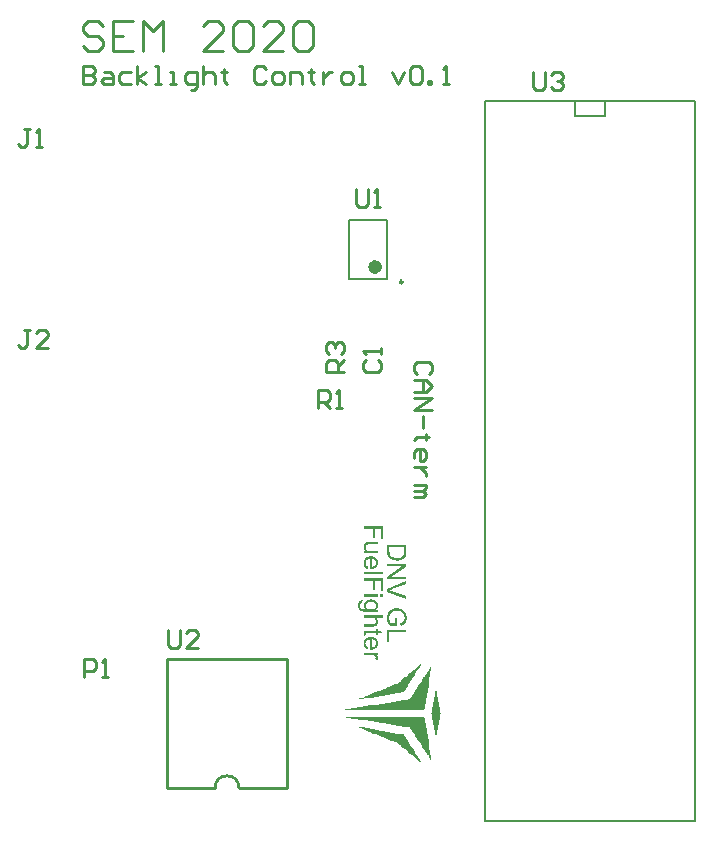
<source format=gbr>
%TF.GenerationSoftware,Altium Limited,Altium Designer,19.1.8 (144)*%
G04 Layer_Color=65535*
%FSLAX26Y26*%
%MOIN*%
%TF.FileFunction,Legend,Top*%
%TF.Part,Single*%
G01*
G75*
%TA.AperFunction,NonConductor*%
%ADD16C,0.010000*%
%ADD25C,0.023622*%
%ADD26C,0.009842*%
%ADD27C,0.007874*%
G36*
X1405700Y830749D02*
X1402778D01*
Y824904D01*
X1399855D01*
Y821981D01*
X1396932D01*
Y816136D01*
X1394009D01*
Y813213D01*
X1391087D01*
Y807368D01*
X1388164D01*
Y804445D01*
X1385241D01*
Y798599D01*
X1382319D01*
Y792754D01*
X1379396D01*
Y789831D01*
X1376473D01*
Y783986D01*
X1373550D01*
Y781063D01*
X1370628D01*
Y775218D01*
X1367705D01*
Y772295D01*
X1364782D01*
Y766449D01*
X1361860D01*
Y760604D01*
X1358937D01*
Y757681D01*
X1356014D01*
Y751836D01*
X1353091D01*
Y748913D01*
X1350169D01*
Y743068D01*
X1338478D01*
Y740145D01*
X1320941D01*
Y737222D01*
X1303405D01*
Y734300D01*
X1285869D01*
Y731377D01*
X1268333D01*
Y728454D01*
X1250796D01*
Y725532D01*
X1233260D01*
Y722609D01*
X1215724D01*
Y719686D01*
X1201110D01*
Y722609D01*
X1206956D01*
Y725532D01*
X1215724D01*
Y728454D01*
X1221569D01*
Y731377D01*
X1230337D01*
Y734300D01*
X1236183D01*
Y737222D01*
X1244951D01*
Y740145D01*
X1250796D01*
Y743068D01*
X1259564D01*
Y745990D01*
X1265410D01*
Y748913D01*
X1274178D01*
Y751836D01*
X1280024D01*
Y754759D01*
X1288792D01*
Y757681D01*
X1294637D01*
Y760604D01*
X1303405D01*
Y763527D01*
X1309251D01*
Y766449D01*
X1318019D01*
Y769372D01*
X1323864D01*
Y772295D01*
X1329710D01*
Y775218D01*
X1332632D01*
Y778140D01*
X1338478D01*
Y781063D01*
X1341401D01*
Y783986D01*
X1344323D01*
Y786909D01*
X1347246D01*
Y789831D01*
X1350169D01*
Y792754D01*
X1356014D01*
Y795677D01*
X1358937D01*
Y798599D01*
X1361860D01*
Y801522D01*
X1364782D01*
Y804445D01*
X1367705D01*
Y807368D01*
X1373550D01*
Y810290D01*
X1376473D01*
Y813213D01*
X1379396D01*
Y816136D01*
X1382319D01*
Y819058D01*
X1385241D01*
Y821981D01*
X1391087D01*
Y824904D01*
X1394009D01*
Y827827D01*
X1396932D01*
Y830749D01*
X1399855D01*
Y833672D01*
X1402778D01*
Y836595D01*
X1405700D01*
Y830749D01*
D02*
G37*
G36*
X1440773Y813213D02*
X1437850D01*
Y795677D01*
X1434928D01*
Y778140D01*
X1432005D01*
Y757681D01*
X1429082D01*
Y740145D01*
X1426159D01*
Y722609D01*
X1423237D01*
Y705072D01*
X1420314D01*
Y687536D01*
X1417391D01*
Y684614D01*
X1154347D01*
Y687536D01*
X1174806D01*
Y690459D01*
X1192342D01*
Y693382D01*
X1212801D01*
Y696304D01*
X1230337D01*
Y699227D01*
X1247874D01*
Y702150D01*
X1268333D01*
Y705072D01*
X1285869D01*
Y707995D01*
X1306328D01*
Y710918D01*
X1323864D01*
Y713841D01*
X1341401D01*
Y716763D01*
X1361860D01*
Y719686D01*
X1370628D01*
Y725532D01*
X1373550D01*
Y728454D01*
X1376473D01*
Y734300D01*
X1379396D01*
Y737222D01*
X1382319D01*
Y743068D01*
X1385241D01*
Y745990D01*
X1388164D01*
Y751836D01*
X1391087D01*
Y754759D01*
X1394009D01*
Y760604D01*
X1396932D01*
Y766449D01*
X1399855D01*
Y769372D01*
X1402778D01*
Y775218D01*
X1405700D01*
Y778140D01*
X1408623D01*
Y783986D01*
X1411546D01*
Y786909D01*
X1414468D01*
Y792754D01*
X1417391D01*
Y795677D01*
X1420314D01*
Y801522D01*
X1423237D01*
Y804445D01*
X1426159D01*
Y810290D01*
X1429082D01*
Y813213D01*
X1432005D01*
Y819058D01*
X1434928D01*
Y821981D01*
X1437850D01*
Y827827D01*
X1440773D01*
Y813213D01*
D02*
G37*
G36*
X1458309Y745990D02*
X1461232D01*
Y728454D01*
X1464155D01*
Y710918D01*
X1467077D01*
Y693382D01*
X1470000D01*
Y675845D01*
X1472923D01*
Y670000D01*
X1470000D01*
Y652464D01*
X1467077D01*
Y634927D01*
X1464155D01*
Y617391D01*
X1461232D01*
Y599855D01*
X1458309D01*
Y582318D01*
X1455386D01*
Y599855D01*
X1452464D01*
Y617391D01*
X1449541D01*
Y634927D01*
X1446618D01*
Y652464D01*
X1443696D01*
Y670000D01*
X1440773D01*
Y675845D01*
X1443696D01*
Y693382D01*
X1446618D01*
Y710918D01*
X1449541D01*
Y728454D01*
X1452464D01*
Y745990D01*
X1455386D01*
Y763527D01*
X1458309D01*
Y745990D01*
D02*
G37*
G36*
X1417391Y658309D02*
X1420314D01*
Y640773D01*
X1423237D01*
Y623236D01*
X1426159D01*
Y605700D01*
X1429082D01*
Y588164D01*
X1432005D01*
Y570628D01*
X1434928D01*
Y550169D01*
X1437850D01*
Y532632D01*
X1440773D01*
Y518019D01*
X1437850D01*
Y523864D01*
X1434928D01*
Y526787D01*
X1432005D01*
Y532632D01*
X1429082D01*
Y535555D01*
X1426159D01*
Y541400D01*
X1423237D01*
Y544323D01*
X1420314D01*
Y550169D01*
X1417391D01*
Y553091D01*
X1414468D01*
Y558937D01*
X1411546D01*
Y561860D01*
X1408623D01*
Y567705D01*
X1405700D01*
Y573550D01*
X1402778D01*
Y576473D01*
X1399855D01*
Y582318D01*
X1396932D01*
Y585241D01*
X1394009D01*
Y591087D01*
X1391087D01*
Y594009D01*
X1388164D01*
Y599855D01*
X1385241D01*
Y602778D01*
X1382319D01*
Y608623D01*
X1379396D01*
Y611546D01*
X1376473D01*
Y617391D01*
X1373550D01*
Y620314D01*
X1370628D01*
Y626159D01*
X1361860D01*
Y629082D01*
X1344323D01*
Y632005D01*
X1323864D01*
Y634927D01*
X1306328D01*
Y637850D01*
X1288792D01*
Y640773D01*
X1268333D01*
Y643696D01*
X1250796D01*
Y646618D01*
X1230337D01*
Y649541D01*
X1212801D01*
Y652464D01*
X1195265D01*
Y655386D01*
X1174806D01*
Y658309D01*
X1157270D01*
Y661232D01*
X1417391D01*
Y658309D01*
D02*
G37*
G36*
X1218647Y623236D02*
X1236183D01*
Y620314D01*
X1253719D01*
Y617391D01*
X1268333D01*
Y614468D01*
X1285869D01*
Y611546D01*
X1303405D01*
Y608623D01*
X1320941D01*
Y605700D01*
X1338478D01*
Y602778D01*
X1350169D01*
Y596932D01*
X1353091D01*
Y594009D01*
X1356014D01*
Y588164D01*
X1358937D01*
Y585241D01*
X1361860D01*
Y579396D01*
X1364782D01*
Y576473D01*
X1367705D01*
Y570628D01*
X1370628D01*
Y564782D01*
X1373550D01*
Y561860D01*
X1376473D01*
Y556014D01*
X1379396D01*
Y553091D01*
X1382319D01*
Y547246D01*
X1385241D01*
Y544323D01*
X1388164D01*
Y538478D01*
X1391087D01*
Y532632D01*
X1394009D01*
Y529710D01*
X1396932D01*
Y523864D01*
X1399855D01*
Y520942D01*
X1402778D01*
Y515096D01*
X1405700D01*
Y509251D01*
X1402778D01*
Y512173D01*
X1399855D01*
Y515096D01*
X1396932D01*
Y518019D01*
X1394009D01*
Y520942D01*
X1391087D01*
Y523864D01*
X1385241D01*
Y526787D01*
X1382319D01*
Y529710D01*
X1379396D01*
Y532632D01*
X1376473D01*
Y535555D01*
X1373550D01*
Y538478D01*
X1367705D01*
Y541400D01*
X1364782D01*
Y544323D01*
X1361860D01*
Y547246D01*
X1358937D01*
Y550169D01*
X1356014D01*
Y553091D01*
X1350169D01*
Y556014D01*
X1347246D01*
Y558937D01*
X1344323D01*
Y561860D01*
X1341401D01*
Y564782D01*
X1338478D01*
Y567705D01*
X1332632D01*
Y570628D01*
X1329710D01*
Y573550D01*
X1326787D01*
Y576473D01*
X1318019D01*
Y579396D01*
X1312173D01*
Y582318D01*
X1303405D01*
Y585241D01*
X1297560D01*
Y588164D01*
X1288792D01*
Y591087D01*
X1282946D01*
Y594009D01*
X1274178D01*
Y596932D01*
X1268333D01*
Y599855D01*
X1259564D01*
Y602778D01*
X1253719D01*
Y605700D01*
X1244951D01*
Y608623D01*
X1239105D01*
Y611546D01*
X1230337D01*
Y614468D01*
X1224492D01*
Y617391D01*
X1215724D01*
Y620314D01*
X1209878D01*
Y623236D01*
X1201110D01*
Y626159D01*
X1218647D01*
Y623236D01*
D02*
G37*
G36*
X1280179Y1253765D02*
X1272594D01*
Y1288545D01*
X1252799D01*
Y1258483D01*
X1245214D01*
Y1288545D01*
X1216169D01*
Y1297055D01*
X1280179D01*
Y1253765D01*
D02*
G37*
G36*
X1262604Y1236098D02*
X1236796D01*
X1236704D01*
X1236519D01*
X1236241D01*
X1235779D01*
X1234761D01*
X1233466Y1236005D01*
X1232079D01*
X1230691Y1235913D01*
X1229489Y1235820D01*
X1228471Y1235635D01*
X1228379D01*
X1228009Y1235450D01*
X1227454Y1235265D01*
X1226714Y1234988D01*
X1225974Y1234525D01*
X1225141Y1233970D01*
X1224401Y1233323D01*
X1223661Y1232490D01*
X1223569Y1232398D01*
X1223384Y1232028D01*
X1223106Y1231565D01*
X1222829Y1230825D01*
X1222459Y1229993D01*
X1222181Y1228975D01*
X1221996Y1227865D01*
X1221904Y1226570D01*
Y1225923D01*
X1221996Y1225275D01*
X1222089Y1224443D01*
X1222366Y1223425D01*
X1222644Y1222315D01*
X1223106Y1221113D01*
X1223661Y1219910D01*
X1223754Y1219725D01*
X1224031Y1219355D01*
X1224401Y1218800D01*
X1224956Y1218153D01*
X1225696Y1217413D01*
X1226529Y1216673D01*
X1227454Y1216025D01*
X1228564Y1215470D01*
X1228749Y1215378D01*
X1229119Y1215285D01*
X1229859Y1215100D01*
X1230876Y1214823D01*
X1232171Y1214545D01*
X1233744Y1214360D01*
X1235594Y1214268D01*
X1237721Y1214175D01*
X1262604D01*
Y1206313D01*
X1216169D01*
Y1213343D01*
X1222921D01*
X1222829Y1213435D01*
X1222551Y1213620D01*
X1222181Y1213898D01*
X1221719Y1214360D01*
X1221164Y1214915D01*
X1220424Y1215563D01*
X1219776Y1216303D01*
X1219036Y1217228D01*
X1218296Y1218245D01*
X1217649Y1219355D01*
X1217001Y1220558D01*
X1216354Y1221853D01*
X1215891Y1223333D01*
X1215521Y1224813D01*
X1215244Y1226478D01*
X1215151Y1228143D01*
Y1228790D01*
X1215244Y1229623D01*
X1215336Y1230640D01*
X1215521Y1231843D01*
X1215799Y1233138D01*
X1216169Y1234433D01*
X1216724Y1235820D01*
X1216816Y1236005D01*
X1217001Y1236375D01*
X1217371Y1237023D01*
X1217834Y1237763D01*
X1218389Y1238688D01*
X1219036Y1239520D01*
X1219776Y1240353D01*
X1220609Y1241093D01*
X1220701Y1241185D01*
X1221071Y1241370D01*
X1221534Y1241648D01*
X1222274Y1242018D01*
X1223106Y1242480D01*
X1224124Y1242850D01*
X1225234Y1243220D01*
X1226436Y1243498D01*
X1226529D01*
X1226899Y1243590D01*
X1227454Y1243683D01*
X1228194D01*
X1229304Y1243775D01*
X1230506Y1243868D01*
X1232079Y1243960D01*
X1233836D01*
X1262604D01*
Y1236098D01*
D02*
G37*
G36*
X1358101Y1210660D02*
X1358008Y1208995D01*
X1357916Y1207145D01*
X1357731Y1205295D01*
X1357453Y1203445D01*
X1357176Y1201873D01*
Y1201780D01*
X1357083Y1201595D01*
Y1201318D01*
X1356898Y1200948D01*
X1356621Y1199930D01*
X1356158Y1198635D01*
X1355511Y1197155D01*
X1354678Y1195583D01*
X1353753Y1194010D01*
X1352551Y1192530D01*
X1352458Y1192438D01*
X1352366Y1192345D01*
X1352088Y1192068D01*
X1351811Y1191698D01*
X1350886Y1190773D01*
X1349591Y1189663D01*
X1348018Y1188460D01*
X1346168Y1187165D01*
X1344041Y1185963D01*
X1341636Y1184945D01*
X1341543D01*
X1341358Y1184853D01*
X1340988Y1184668D01*
X1340433Y1184575D01*
X1339786Y1184298D01*
X1339046Y1184113D01*
X1338213Y1183928D01*
X1337196Y1183650D01*
X1336178Y1183373D01*
X1334976Y1183188D01*
X1332386Y1182725D01*
X1329518Y1182448D01*
X1326373Y1182355D01*
X1326281D01*
X1326096D01*
X1325633D01*
X1325171D01*
X1324523Y1182448D01*
X1323783D01*
X1322026Y1182540D01*
X1319991Y1182818D01*
X1317863Y1183095D01*
X1315643Y1183558D01*
X1313423Y1184113D01*
X1313331D01*
X1313146Y1184205D01*
X1312868Y1184298D01*
X1312498Y1184390D01*
X1311481Y1184760D01*
X1310186Y1185315D01*
X1308706Y1185870D01*
X1307226Y1186610D01*
X1305653Y1187535D01*
X1304173Y1188460D01*
X1303988Y1188553D01*
X1303526Y1188923D01*
X1302878Y1189478D01*
X1302046Y1190218D01*
X1301121Y1191050D01*
X1300196Y1192068D01*
X1299178Y1193085D01*
X1298346Y1194288D01*
X1298253Y1194473D01*
X1297976Y1194843D01*
X1297606Y1195490D01*
X1297143Y1196415D01*
X1296588Y1197525D01*
X1296126Y1198820D01*
X1295571Y1200300D01*
X1295108Y1201965D01*
Y1202150D01*
X1295016Y1202428D01*
X1294923Y1202705D01*
X1294831Y1203630D01*
X1294646Y1204925D01*
X1294461Y1206405D01*
X1294276Y1208163D01*
X1294183Y1210105D01*
X1294091Y1212233D01*
Y1235265D01*
X1358101D01*
Y1210660D01*
D02*
G37*
G36*
X1240866Y1196600D02*
X1241884Y1196508D01*
X1242994Y1196415D01*
X1244289Y1196230D01*
X1245584Y1195953D01*
X1248544Y1195213D01*
X1250024Y1194750D01*
X1251596Y1194195D01*
X1253076Y1193455D01*
X1254464Y1192623D01*
X1255851Y1191698D01*
X1257146Y1190680D01*
X1257239Y1190588D01*
X1257424Y1190403D01*
X1257701Y1190033D01*
X1258164Y1189570D01*
X1258626Y1189015D01*
X1259181Y1188275D01*
X1259829Y1187443D01*
X1260384Y1186425D01*
X1261031Y1185408D01*
X1261586Y1184205D01*
X1262141Y1182910D01*
X1262604Y1181523D01*
X1263066Y1180043D01*
X1263344Y1178470D01*
X1263529Y1176805D01*
X1263621Y1175048D01*
Y1174123D01*
X1263529Y1173475D01*
X1263436Y1172735D01*
X1263251Y1171810D01*
X1263066Y1170793D01*
X1262789Y1169590D01*
X1262511Y1168480D01*
X1262049Y1167185D01*
X1261586Y1165983D01*
X1260939Y1164688D01*
X1260199Y1163393D01*
X1259366Y1162098D01*
X1258349Y1160895D01*
X1257239Y1159785D01*
X1257146Y1159693D01*
X1256961Y1159508D01*
X1256591Y1159230D01*
X1256036Y1158860D01*
X1255389Y1158398D01*
X1254649Y1157935D01*
X1253724Y1157380D01*
X1252614Y1156825D01*
X1251411Y1156270D01*
X1250116Y1155715D01*
X1248636Y1155253D01*
X1247064Y1154790D01*
X1245306Y1154420D01*
X1243456Y1154143D01*
X1241514Y1153958D01*
X1239386Y1153865D01*
X1239294D01*
X1238924D01*
X1238276D01*
X1237351Y1153958D01*
Y1188645D01*
X1237259D01*
X1236981D01*
X1236611Y1188553D01*
X1236056D01*
X1235409Y1188460D01*
X1234669Y1188275D01*
X1233004Y1187998D01*
X1231154Y1187443D01*
X1229119Y1186703D01*
X1227269Y1185685D01*
X1225604Y1184390D01*
Y1184298D01*
X1225419Y1184205D01*
X1224956Y1183650D01*
X1224309Y1182818D01*
X1223661Y1181708D01*
X1222921Y1180228D01*
X1222274Y1178563D01*
X1221811Y1176713D01*
X1221719Y1175695D01*
X1221626Y1174585D01*
Y1173845D01*
X1221719Y1173013D01*
X1221904Y1171995D01*
X1222181Y1170885D01*
X1222551Y1169590D01*
X1223106Y1168388D01*
X1223846Y1167185D01*
X1223939Y1167093D01*
X1224309Y1166630D01*
X1224864Y1166075D01*
X1225604Y1165428D01*
X1226621Y1164688D01*
X1227916Y1163855D01*
X1229396Y1163023D01*
X1231154Y1162283D01*
X1230136Y1154143D01*
X1230044D01*
X1229859Y1154235D01*
X1229489Y1154328D01*
X1228934Y1154513D01*
X1228379Y1154790D01*
X1227639Y1155068D01*
X1226066Y1155808D01*
X1224309Y1156733D01*
X1222459Y1158028D01*
X1220701Y1159508D01*
X1219036Y1161358D01*
Y1161450D01*
X1218851Y1161635D01*
X1218666Y1161913D01*
X1218389Y1162283D01*
X1218111Y1162838D01*
X1217834Y1163393D01*
X1217464Y1164133D01*
X1217094Y1164965D01*
X1216724Y1165890D01*
X1216354Y1166815D01*
X1215799Y1169128D01*
X1215336Y1171718D01*
X1215151Y1174585D01*
Y1175603D01*
X1215244Y1176250D01*
X1215336Y1177083D01*
X1215521Y1178100D01*
X1215706Y1179210D01*
X1215891Y1180413D01*
X1216631Y1183003D01*
X1217186Y1184390D01*
X1217741Y1185685D01*
X1218481Y1187073D01*
X1219314Y1188368D01*
X1220239Y1189570D01*
X1221349Y1190773D01*
X1221441Y1190865D01*
X1221626Y1191050D01*
X1221996Y1191328D01*
X1222551Y1191698D01*
X1223199Y1192160D01*
X1223939Y1192623D01*
X1224864Y1193178D01*
X1225881Y1193733D01*
X1227084Y1194288D01*
X1228379Y1194843D01*
X1229859Y1195305D01*
X1231431Y1195768D01*
X1233096Y1196138D01*
X1234946Y1196415D01*
X1236889Y1196600D01*
X1238924Y1196693D01*
X1239016D01*
X1239479D01*
X1240034D01*
X1240866Y1196600D01*
D02*
G37*
G36*
X1280179Y1136568D02*
X1216169D01*
Y1144430D01*
X1280179D01*
Y1136568D01*
D02*
G37*
G36*
X1358101Y1162098D02*
X1307781Y1128520D01*
X1358101D01*
Y1120380D01*
X1294091D01*
Y1129168D01*
X1344318Y1162653D01*
X1294091D01*
Y1170793D01*
X1358101D01*
Y1162098D01*
D02*
G37*
G36*
X1280179Y1079680D02*
X1272594D01*
Y1114460D01*
X1252799D01*
Y1084398D01*
X1245214D01*
Y1114460D01*
X1216169D01*
Y1122970D01*
X1280179D01*
Y1079680D01*
D02*
G37*
G36*
Y1061828D02*
X1271206D01*
Y1069690D01*
X1280179D01*
Y1061828D01*
D02*
G37*
G36*
X1262604D02*
X1216169D01*
Y1069690D01*
X1262604D01*
Y1061828D01*
D02*
G37*
G36*
X1358101Y1103545D02*
X1311573Y1086895D01*
X1311481D01*
X1311296Y1086803D01*
X1311018Y1086710D01*
X1310648Y1086525D01*
X1310093Y1086433D01*
X1309538Y1086248D01*
X1308151Y1085785D01*
X1306578Y1085230D01*
X1304821Y1084675D01*
X1301121Y1083565D01*
X1301213D01*
X1301398Y1083473D01*
X1301676Y1083380D01*
X1302046Y1083288D01*
X1303063Y1083010D01*
X1304451Y1082548D01*
X1306023Y1082085D01*
X1307781Y1081530D01*
X1309631Y1080883D01*
X1311573Y1080143D01*
X1358101Y1062753D01*
Y1054150D01*
X1294091Y1079125D01*
Y1088005D01*
X1358101Y1112795D01*
Y1103545D01*
D02*
G37*
G36*
X1241329Y1052763D02*
X1241976D01*
X1243641Y1052578D01*
X1245491Y1052300D01*
X1247526Y1051838D01*
X1249654Y1051283D01*
X1251781Y1050450D01*
X1251874D01*
X1252059Y1050358D01*
X1252336Y1050173D01*
X1252706Y1049988D01*
X1253724Y1049433D01*
X1255019Y1048693D01*
X1256406Y1047675D01*
X1257794Y1046473D01*
X1259274Y1045085D01*
X1260476Y1043513D01*
Y1043420D01*
X1260569Y1043328D01*
X1260754Y1043050D01*
X1260939Y1042680D01*
X1261494Y1041755D01*
X1262049Y1040460D01*
X1262604Y1038888D01*
X1263159Y1037038D01*
X1263529Y1035003D01*
X1263621Y1032783D01*
Y1031950D01*
X1263529Y1031395D01*
X1263436Y1030748D01*
X1263251Y1029915D01*
X1263066Y1028990D01*
X1262789Y1027973D01*
X1262419Y1026955D01*
X1261956Y1025845D01*
X1261401Y1024735D01*
X1260754Y1023533D01*
X1260014Y1022423D01*
X1259089Y1021313D01*
X1258071Y1020203D01*
X1256869Y1019185D01*
X1262604D01*
Y1011970D01*
X1222459D01*
X1222366D01*
X1221996D01*
X1221441D01*
X1220701D01*
X1219869Y1012063D01*
X1218851D01*
X1217741Y1012155D01*
X1216539Y1012248D01*
X1214041Y1012525D01*
X1211451Y1012895D01*
X1210249Y1013173D01*
X1209139Y1013450D01*
X1208121Y1013820D01*
X1207196Y1014190D01*
X1207104D01*
X1207011Y1014283D01*
X1206456Y1014653D01*
X1205624Y1015115D01*
X1204606Y1015855D01*
X1203496Y1016873D01*
X1202294Y1018075D01*
X1201091Y1019555D01*
X1200074Y1021220D01*
Y1021313D01*
X1199981Y1021405D01*
X1199796Y1021683D01*
X1199704Y1022053D01*
X1199426Y1022515D01*
X1199241Y1023070D01*
X1198779Y1024458D01*
X1198224Y1026123D01*
X1197854Y1028158D01*
X1197484Y1030470D01*
X1197391Y1032968D01*
Y1033800D01*
X1197484Y1034355D01*
Y1035095D01*
X1197576Y1035835D01*
X1197669Y1036760D01*
X1197854Y1037778D01*
X1198316Y1039905D01*
X1198964Y1042125D01*
X1199889Y1044345D01*
X1201184Y1046380D01*
X1201276Y1046473D01*
X1201369Y1046565D01*
X1201924Y1047213D01*
X1202756Y1047953D01*
X1203959Y1048878D01*
X1205531Y1049803D01*
X1207474Y1050635D01*
X1208584Y1050913D01*
X1209786Y1051098D01*
X1210989Y1051283D01*
X1212376D01*
X1211359Y1043605D01*
X1211174D01*
X1210804Y1043513D01*
X1210156Y1043328D01*
X1209324Y1043143D01*
X1208491Y1042773D01*
X1207659Y1042310D01*
X1206826Y1041755D01*
X1206179Y1041015D01*
X1206086Y1040830D01*
X1205809Y1040460D01*
X1205439Y1039813D01*
X1205069Y1038888D01*
X1204606Y1037778D01*
X1204236Y1036390D01*
X1203959Y1034725D01*
X1203866Y1032968D01*
Y1032043D01*
X1203959Y1031118D01*
X1204144Y1029823D01*
X1204421Y1028528D01*
X1204791Y1027140D01*
X1205346Y1025753D01*
X1206086Y1024550D01*
X1206179Y1024458D01*
X1206456Y1024088D01*
X1207011Y1023533D01*
X1207659Y1022885D01*
X1208584Y1022238D01*
X1209601Y1021590D01*
X1210804Y1020943D01*
X1212191Y1020480D01*
X1212284D01*
X1212654Y1020388D01*
X1213394Y1020295D01*
X1214319Y1020203D01*
X1214966Y1020110D01*
X1215706D01*
X1216539Y1020018D01*
X1217464D01*
X1218481D01*
X1219684Y1019925D01*
X1220886D01*
X1222274D01*
X1222181Y1020018D01*
X1221996Y1020203D01*
X1221719Y1020480D01*
X1221349Y1020850D01*
X1220886Y1021313D01*
X1220331Y1021960D01*
X1219776Y1022700D01*
X1219221Y1023440D01*
X1218111Y1025383D01*
X1217094Y1027510D01*
X1216724Y1028713D01*
X1216446Y1030008D01*
X1216261Y1031395D01*
X1216169Y1032783D01*
Y1033245D01*
X1216261Y1033708D01*
Y1034355D01*
X1216354Y1035188D01*
X1216539Y1036113D01*
X1216724Y1037130D01*
X1217001Y1038240D01*
X1217371Y1039443D01*
X1217834Y1040645D01*
X1218389Y1041848D01*
X1219036Y1043143D01*
X1219869Y1044345D01*
X1220794Y1045548D01*
X1221811Y1046658D01*
X1223014Y1047675D01*
X1223106Y1047768D01*
X1223291Y1047860D01*
X1223754Y1048138D01*
X1224216Y1048508D01*
X1224956Y1048878D01*
X1225696Y1049340D01*
X1226621Y1049803D01*
X1227731Y1050265D01*
X1228841Y1050728D01*
X1230136Y1051190D01*
X1231431Y1051653D01*
X1232911Y1052023D01*
X1236056Y1052670D01*
X1237814Y1052763D01*
X1239571Y1052855D01*
X1239664D01*
X1239849D01*
X1240219D01*
X1240681D01*
X1241329Y1052763D01*
D02*
G37*
G36*
X1327298Y1023718D02*
X1328131D01*
X1329148Y1023625D01*
X1330166Y1023440D01*
X1331368Y1023348D01*
X1332663Y1023070D01*
X1334051Y1022885D01*
X1337011Y1022145D01*
X1340063Y1021220D01*
X1343116Y1019925D01*
X1343208Y1019833D01*
X1343486Y1019740D01*
X1343856Y1019555D01*
X1344411Y1019185D01*
X1345151Y1018815D01*
X1345891Y1018353D01*
X1347648Y1017058D01*
X1349683Y1015485D01*
X1351626Y1013543D01*
X1353568Y1011323D01*
X1354401Y1010028D01*
X1355233Y1008733D01*
X1355326Y1008640D01*
X1355418Y1008363D01*
X1355603Y1007993D01*
X1355881Y1007438D01*
X1356158Y1006698D01*
X1356528Y1005865D01*
X1356898Y1004940D01*
X1357268Y1003830D01*
X1357638Y1002628D01*
X1357916Y1001333D01*
X1358286Y999945D01*
X1358563Y998465D01*
X1359026Y995228D01*
X1359211Y993563D01*
Y990603D01*
X1359118Y990048D01*
Y989308D01*
X1358933Y987550D01*
X1358656Y985608D01*
X1358193Y983573D01*
X1357638Y981353D01*
X1356898Y979225D01*
Y979133D01*
X1356806Y978948D01*
X1356713Y978670D01*
X1356528Y978300D01*
X1355973Y977283D01*
X1355326Y975988D01*
X1354401Y974600D01*
X1353291Y973120D01*
X1352088Y971733D01*
X1350608Y970438D01*
X1350423Y970253D01*
X1349868Y969883D01*
X1349036Y969328D01*
X1347833Y968588D01*
X1346353Y967848D01*
X1344503Y967015D01*
X1342468Y966183D01*
X1340156Y965535D01*
X1338121Y973213D01*
X1338213D01*
X1338306Y973305D01*
X1338583Y973398D01*
X1338953Y973490D01*
X1339786Y973768D01*
X1340896Y974138D01*
X1342191Y974693D01*
X1343393Y975340D01*
X1344688Y975988D01*
X1345798Y976820D01*
X1345891Y976913D01*
X1346261Y977190D01*
X1346723Y977745D01*
X1347371Y978393D01*
X1348111Y979225D01*
X1348851Y980335D01*
X1349591Y981538D01*
X1350238Y982925D01*
X1350331Y983110D01*
X1350516Y983573D01*
X1350793Y984405D01*
X1351163Y985515D01*
X1351441Y986810D01*
X1351718Y988290D01*
X1351903Y989955D01*
X1351996Y991713D01*
Y992730D01*
X1351903Y993193D01*
Y993748D01*
X1351811Y995135D01*
X1351533Y996708D01*
X1351256Y998465D01*
X1350793Y1000130D01*
X1350146Y1001795D01*
X1350053Y1001980D01*
X1349868Y1002535D01*
X1349406Y1003275D01*
X1348943Y1004200D01*
X1348203Y1005310D01*
X1347463Y1006513D01*
X1346538Y1007623D01*
X1345521Y1008640D01*
X1345428Y1008733D01*
X1345058Y1009103D01*
X1344411Y1009565D01*
X1343671Y1010120D01*
X1342746Y1010768D01*
X1341636Y1011415D01*
X1340433Y1012063D01*
X1339138Y1012710D01*
X1339046D01*
X1338861Y1012803D01*
X1338583Y1012895D01*
X1338121Y1013080D01*
X1337566Y1013265D01*
X1336918Y1013450D01*
X1336178Y1013728D01*
X1335346Y1013913D01*
X1333403Y1014375D01*
X1331183Y1014745D01*
X1328871Y1015023D01*
X1326281Y1015115D01*
X1326188D01*
X1325911D01*
X1325448D01*
X1324893Y1015023D01*
X1324153D01*
X1323228Y1014930D01*
X1322303Y1014838D01*
X1321286Y1014745D01*
X1318973Y1014375D01*
X1316568Y1013913D01*
X1314163Y1013173D01*
X1311851Y1012248D01*
X1311758D01*
X1311573Y1012063D01*
X1311296Y1011970D01*
X1310926Y1011693D01*
X1309908Y1011045D01*
X1308613Y1010028D01*
X1307226Y1008825D01*
X1305838Y1007345D01*
X1304543Y1005588D01*
X1303341Y1003645D01*
Y1003553D01*
X1303248Y1003368D01*
X1303063Y1003090D01*
X1302878Y1002628D01*
X1302693Y1002165D01*
X1302508Y1001518D01*
X1301953Y1000038D01*
X1301491Y998188D01*
X1301028Y996153D01*
X1300658Y993933D01*
X1300566Y991620D01*
Y990695D01*
X1300658Y990140D01*
Y989585D01*
X1300843Y988198D01*
X1301028Y986533D01*
X1301398Y984775D01*
X1301953Y982833D01*
X1302601Y980890D01*
Y980798D01*
X1302693Y980613D01*
X1302786Y980428D01*
X1302971Y980058D01*
X1303433Y979040D01*
X1303988Y977930D01*
X1304636Y976635D01*
X1305376Y975248D01*
X1306208Y973953D01*
X1307133Y972843D01*
X1319158D01*
Y991713D01*
X1326743D01*
Y964518D01*
X1302971D01*
X1302878Y964610D01*
X1302786Y964795D01*
X1302508Y965165D01*
X1302138Y965628D01*
X1301768Y966183D01*
X1301306Y966830D01*
X1300751Y967663D01*
X1300196Y968495D01*
X1298993Y970438D01*
X1297698Y972658D01*
X1296496Y974970D01*
X1295478Y977468D01*
Y977560D01*
X1295386Y977745D01*
X1295293Y978115D01*
X1295108Y978578D01*
X1294923Y979225D01*
X1294646Y979965D01*
X1294461Y980798D01*
X1294276Y981630D01*
X1293813Y983665D01*
X1293351Y985978D01*
X1293073Y988475D01*
X1292981Y991065D01*
Y991990D01*
X1293073Y992638D01*
Y993470D01*
X1293166Y994488D01*
X1293351Y995598D01*
X1293443Y996800D01*
X1293998Y999483D01*
X1294646Y1002350D01*
X1295663Y1005310D01*
X1296218Y1006790D01*
X1296958Y1008270D01*
X1297051Y1008363D01*
X1297143Y1008640D01*
X1297421Y1009010D01*
X1297698Y1009565D01*
X1298161Y1010213D01*
X1298623Y1010860D01*
X1299918Y1012618D01*
X1301583Y1014468D01*
X1303618Y1016410D01*
X1305931Y1018260D01*
X1308613Y1019925D01*
X1308706D01*
X1308983Y1020110D01*
X1309353Y1020295D01*
X1310001Y1020573D01*
X1310648Y1020850D01*
X1311573Y1021128D01*
X1312498Y1021498D01*
X1313608Y1021868D01*
X1314811Y1022238D01*
X1316198Y1022608D01*
X1317586Y1022885D01*
X1319066Y1023163D01*
X1322303Y1023625D01*
X1325726Y1023810D01*
X1325818D01*
X1326188D01*
X1326651D01*
X1327298Y1023718D01*
D02*
G37*
G36*
X1280179Y992175D02*
X1257239D01*
X1257331Y992083D01*
X1257516Y991898D01*
X1257794Y991620D01*
X1258256Y991158D01*
X1258719Y990695D01*
X1259274Y990048D01*
X1259829Y989215D01*
X1260476Y988383D01*
X1261031Y987458D01*
X1261586Y986440D01*
X1262604Y984035D01*
X1263066Y982740D01*
X1263344Y981353D01*
X1263529Y979873D01*
X1263621Y978393D01*
Y977560D01*
X1263529Y976543D01*
X1263344Y975340D01*
X1263159Y973953D01*
X1262789Y972473D01*
X1262234Y970993D01*
X1261586Y969513D01*
X1261494Y969328D01*
X1261216Y968865D01*
X1260754Y968218D01*
X1260106Y967385D01*
X1259274Y966553D01*
X1258349Y965628D01*
X1257239Y964795D01*
X1255944Y964055D01*
X1255759Y963963D01*
X1255296Y963778D01*
X1254464Y963500D01*
X1253261Y963223D01*
X1251781Y962945D01*
X1250024Y962668D01*
X1247896Y962483D01*
X1245491Y962390D01*
X1216169D01*
Y970253D01*
X1245584D01*
X1245676D01*
X1245861D01*
X1246139D01*
X1246509D01*
X1247526Y970345D01*
X1248821Y970530D01*
X1250209Y970900D01*
X1251596Y971363D01*
X1252984Y972010D01*
X1254094Y972843D01*
X1254186Y972935D01*
X1254556Y973305D01*
X1255019Y973860D01*
X1255481Y974693D01*
X1256036Y975710D01*
X1256406Y976913D01*
X1256776Y978393D01*
X1256869Y980058D01*
Y980613D01*
X1256776Y981260D01*
X1256684Y982185D01*
X1256406Y983110D01*
X1256129Y984220D01*
X1255666Y985330D01*
X1255019Y986533D01*
X1254926Y986625D01*
X1254649Y986995D01*
X1254279Y987550D01*
X1253724Y988198D01*
X1252984Y988938D01*
X1252151Y989678D01*
X1251134Y990325D01*
X1250024Y990880D01*
X1249839Y990973D01*
X1249469Y991065D01*
X1248729Y991250D01*
X1247804Y991528D01*
X1246601Y991805D01*
X1245121Y991990D01*
X1243456Y992083D01*
X1241514Y992175D01*
X1216169D01*
Y1000038D01*
X1280179D01*
Y992175D01*
D02*
G37*
G36*
X1262604Y948978D02*
X1274074D01*
X1278791Y941115D01*
X1262604D01*
Y933160D01*
X1256499D01*
Y941115D01*
X1229211D01*
X1229026D01*
X1228656D01*
X1228101D01*
X1227454Y941023D01*
X1225974Y940930D01*
X1225326Y940838D01*
X1224864Y940745D01*
X1224679Y940653D01*
X1224309Y940375D01*
X1223846Y940005D01*
X1223384Y939358D01*
X1223291Y939173D01*
X1223106Y938710D01*
X1222921Y937878D01*
X1222829Y936675D01*
Y935750D01*
X1222921Y935288D01*
Y934640D01*
X1223014Y933900D01*
X1223106Y933160D01*
X1216169Y932143D01*
Y932328D01*
X1216076Y932698D01*
X1215984Y933345D01*
X1215891Y934178D01*
X1215706Y935103D01*
X1215614Y936120D01*
X1215521Y938155D01*
Y938895D01*
X1215614Y939635D01*
X1215706Y940560D01*
X1215799Y941670D01*
X1216076Y942780D01*
X1216354Y943798D01*
X1216816Y944815D01*
X1216909Y944908D01*
X1217094Y945185D01*
X1217371Y945555D01*
X1217834Y946110D01*
X1218296Y946573D01*
X1218944Y947128D01*
X1219591Y947683D01*
X1220424Y948053D01*
X1220516D01*
X1220886Y948238D01*
X1221534Y948330D01*
X1222459Y948515D01*
X1223661Y948700D01*
X1224401Y948793D01*
X1225234D01*
X1226251Y948885D01*
X1227269Y948978D01*
X1228379D01*
X1229674D01*
X1256499D01*
Y954805D01*
X1262604D01*
Y948978D01*
D02*
G37*
G36*
X1358101Y943890D02*
X1301676D01*
Y912348D01*
X1294091D01*
Y952400D01*
X1358101D01*
Y943890D01*
D02*
G37*
G36*
X1240866Y927980D02*
X1241884Y927888D01*
X1242994Y927795D01*
X1244289Y927610D01*
X1245584Y927333D01*
X1248544Y926593D01*
X1250024Y926130D01*
X1251596Y925575D01*
X1253076Y924835D01*
X1254464Y924003D01*
X1255851Y923078D01*
X1257146Y922060D01*
X1257239Y921968D01*
X1257424Y921783D01*
X1257701Y921413D01*
X1258164Y920950D01*
X1258626Y920395D01*
X1259181Y919655D01*
X1259829Y918823D01*
X1260384Y917805D01*
X1261031Y916788D01*
X1261586Y915585D01*
X1262141Y914290D01*
X1262604Y912903D01*
X1263066Y911423D01*
X1263344Y909850D01*
X1263529Y908185D01*
X1263621Y906428D01*
Y905503D01*
X1263529Y904855D01*
X1263436Y904115D01*
X1263251Y903190D01*
X1263066Y902173D01*
X1262789Y900970D01*
X1262511Y899860D01*
X1262049Y898565D01*
X1261586Y897363D01*
X1260939Y896068D01*
X1260199Y894773D01*
X1259366Y893478D01*
X1258349Y892275D01*
X1257239Y891165D01*
X1257146Y891073D01*
X1256961Y890888D01*
X1256591Y890610D01*
X1256036Y890240D01*
X1255389Y889778D01*
X1254649Y889315D01*
X1253724Y888760D01*
X1252614Y888205D01*
X1251411Y887650D01*
X1250116Y887095D01*
X1248636Y886633D01*
X1247064Y886170D01*
X1245306Y885800D01*
X1243456Y885523D01*
X1241514Y885338D01*
X1239386Y885245D01*
X1239294D01*
X1238924D01*
X1238276D01*
X1237351Y885338D01*
Y920025D01*
X1237259D01*
X1236981D01*
X1236611Y919933D01*
X1236056D01*
X1235409Y919840D01*
X1234669Y919655D01*
X1233004Y919378D01*
X1231154Y918823D01*
X1229119Y918083D01*
X1227269Y917065D01*
X1225604Y915770D01*
Y915678D01*
X1225419Y915585D01*
X1224956Y915030D01*
X1224309Y914198D01*
X1223661Y913088D01*
X1222921Y911608D01*
X1222274Y909943D01*
X1221811Y908093D01*
X1221719Y907075D01*
X1221626Y905965D01*
Y905225D01*
X1221719Y904393D01*
X1221904Y903375D01*
X1222181Y902265D01*
X1222551Y900970D01*
X1223106Y899768D01*
X1223846Y898565D01*
X1223939Y898473D01*
X1224309Y898010D01*
X1224864Y897455D01*
X1225604Y896808D01*
X1226621Y896068D01*
X1227916Y895235D01*
X1229396Y894403D01*
X1231154Y893663D01*
X1230136Y885523D01*
X1230044D01*
X1229859Y885615D01*
X1229489Y885708D01*
X1228934Y885893D01*
X1228379Y886170D01*
X1227639Y886448D01*
X1226066Y887188D01*
X1224309Y888113D01*
X1222459Y889408D01*
X1220701Y890888D01*
X1219036Y892738D01*
Y892830D01*
X1218851Y893015D01*
X1218666Y893293D01*
X1218389Y893663D01*
X1218111Y894218D01*
X1217834Y894773D01*
X1217464Y895513D01*
X1217094Y896345D01*
X1216724Y897270D01*
X1216354Y898195D01*
X1215799Y900508D01*
X1215336Y903098D01*
X1215151Y905965D01*
Y906983D01*
X1215244Y907630D01*
X1215336Y908463D01*
X1215521Y909480D01*
X1215706Y910590D01*
X1215891Y911793D01*
X1216631Y914383D01*
X1217186Y915770D01*
X1217741Y917065D01*
X1218481Y918453D01*
X1219314Y919748D01*
X1220239Y920950D01*
X1221349Y922153D01*
X1221441Y922245D01*
X1221626Y922430D01*
X1221996Y922708D01*
X1222551Y923078D01*
X1223199Y923540D01*
X1223939Y924003D01*
X1224864Y924558D01*
X1225881Y925113D01*
X1227084Y925668D01*
X1228379Y926223D01*
X1229859Y926685D01*
X1231431Y927148D01*
X1233096Y927518D01*
X1234946Y927795D01*
X1236889Y927980D01*
X1238924Y928073D01*
X1239016D01*
X1239479D01*
X1240034D01*
X1240866Y927980D01*
D02*
G37*
G36*
X1262604Y868595D02*
X1255574D01*
X1255666Y868503D01*
X1256314Y868133D01*
X1257146Y867670D01*
X1258164Y866930D01*
X1259181Y866190D01*
X1260291Y865358D01*
X1261216Y864525D01*
X1261956Y863693D01*
X1262049Y863600D01*
X1262234Y863323D01*
X1262511Y862768D01*
X1262789Y862213D01*
X1263066Y861473D01*
X1263344Y860548D01*
X1263529Y859623D01*
X1263621Y858605D01*
Y857958D01*
X1263529Y857125D01*
X1263344Y856108D01*
X1262974Y854905D01*
X1262511Y853610D01*
X1261864Y852130D01*
X1261031Y850558D01*
X1253816Y853425D01*
X1253909Y853518D01*
X1254094Y853888D01*
X1254371Y854443D01*
X1254649Y855183D01*
X1254926Y856015D01*
X1255204Y857033D01*
X1255389Y858050D01*
X1255481Y859068D01*
Y859530D01*
X1255389Y859993D01*
X1255296Y860640D01*
X1255111Y861288D01*
X1254834Y862120D01*
X1254464Y862953D01*
X1253909Y863693D01*
X1253816Y863785D01*
X1253631Y864063D01*
X1253261Y864340D01*
X1252799Y864803D01*
X1252151Y865265D01*
X1251411Y865728D01*
X1250579Y866190D01*
X1249561Y866560D01*
X1249376Y866653D01*
X1248821Y866745D01*
X1247989Y866930D01*
X1246879Y867208D01*
X1245491Y867485D01*
X1243919Y867670D01*
X1242254Y867763D01*
X1240404Y867855D01*
X1216169D01*
Y875718D01*
X1262604D01*
Y868595D01*
D02*
G37*
%LPC*%
G36*
X1350516Y1226755D02*
X1301676D01*
Y1211585D01*
X1301768Y1210938D01*
X1301861Y1209550D01*
X1301953Y1207978D01*
X1302138Y1206313D01*
X1302416Y1204648D01*
X1302786Y1203260D01*
X1302878Y1203075D01*
X1302971Y1202613D01*
X1303248Y1201965D01*
X1303618Y1201133D01*
X1304173Y1200208D01*
X1304728Y1199283D01*
X1305376Y1198358D01*
X1306116Y1197433D01*
X1306301Y1197340D01*
X1306671Y1196970D01*
X1307318Y1196415D01*
X1308243Y1195768D01*
X1309446Y1195028D01*
X1310833Y1194195D01*
X1312406Y1193455D01*
X1314163Y1192808D01*
X1314256D01*
X1314441Y1192715D01*
X1314718Y1192623D01*
X1315088Y1192530D01*
X1315551Y1192438D01*
X1316198Y1192253D01*
X1316846Y1192068D01*
X1317586Y1191883D01*
X1319436Y1191605D01*
X1321563Y1191328D01*
X1323968Y1191143D01*
X1326558Y1191050D01*
X1326651D01*
X1327021D01*
X1327483D01*
X1328223Y1191143D01*
X1329056D01*
X1329981Y1191235D01*
X1331091Y1191328D01*
X1332201Y1191420D01*
X1334698Y1191883D01*
X1337288Y1192438D01*
X1339693Y1193270D01*
X1340896Y1193825D01*
X1341913Y1194380D01*
X1342006D01*
X1342191Y1194565D01*
X1342468Y1194750D01*
X1342838Y1194935D01*
X1343763Y1195675D01*
X1344873Y1196600D01*
X1346076Y1197803D01*
X1347278Y1199190D01*
X1348296Y1200763D01*
X1349128Y1202428D01*
X1349221Y1202613D01*
X1349313Y1203075D01*
X1349591Y1203908D01*
X1349868Y1205110D01*
X1350053Y1206590D01*
X1350331Y1208440D01*
X1350423Y1209550D01*
Y1210753D01*
X1350516Y1211955D01*
Y1226755D01*
D02*
G37*
G36*
X1243826Y1188183D02*
Y1162190D01*
X1243919D01*
X1244104D01*
X1244381Y1162283D01*
X1244751D01*
X1245861Y1162468D01*
X1247064Y1162745D01*
X1248544Y1163208D01*
X1249931Y1163670D01*
X1251319Y1164410D01*
X1252521Y1165243D01*
X1252614D01*
X1252706Y1165428D01*
X1253261Y1165890D01*
X1254001Y1166723D01*
X1254834Y1167833D01*
X1255666Y1169220D01*
X1256406Y1170885D01*
X1256961Y1172828D01*
X1257054Y1173845D01*
X1257146Y1174955D01*
Y1175510D01*
X1257054Y1175880D01*
X1256961Y1176898D01*
X1256684Y1178100D01*
X1256221Y1179580D01*
X1255574Y1181153D01*
X1254649Y1182633D01*
X1253446Y1184113D01*
X1253261Y1184298D01*
X1252799Y1184668D01*
X1251966Y1185315D01*
X1250856Y1185963D01*
X1249561Y1186703D01*
X1247896Y1187350D01*
X1245954Y1187905D01*
X1243826Y1188183D01*
D02*
G37*
G36*
X1241699Y1044808D02*
X1240126D01*
X1240034D01*
X1239756D01*
X1239294D01*
X1238646Y1044715D01*
X1237906D01*
X1236981Y1044623D01*
X1235039Y1044345D01*
X1232819Y1043883D01*
X1230691Y1043328D01*
X1228564Y1042403D01*
X1227639Y1041848D01*
X1226806Y1041200D01*
X1226621Y1041015D01*
X1226159Y1040553D01*
X1225511Y1039813D01*
X1224771Y1038703D01*
X1223939Y1037408D01*
X1223291Y1035835D01*
X1222829Y1034078D01*
X1222736Y1033153D01*
X1222644Y1032135D01*
Y1031580D01*
X1222736Y1031210D01*
X1222829Y1030193D01*
X1223199Y1028898D01*
X1223661Y1027510D01*
X1224401Y1025938D01*
X1225419Y1024458D01*
X1226066Y1023718D01*
X1226806Y1022978D01*
X1226899D01*
X1226991Y1022793D01*
X1227269Y1022608D01*
X1227639Y1022423D01*
X1228009Y1022145D01*
X1228564Y1021775D01*
X1229211Y1021498D01*
X1230044Y1021128D01*
X1230876Y1020758D01*
X1231801Y1020480D01*
X1232911Y1020110D01*
X1234114Y1019833D01*
X1235316Y1019648D01*
X1236704Y1019463D01*
X1238276Y1019278D01*
X1239849D01*
X1239941D01*
X1240219D01*
X1240681D01*
X1241236Y1019370D01*
X1241976D01*
X1242809Y1019463D01*
X1244659Y1019740D01*
X1246786Y1020203D01*
X1248914Y1020850D01*
X1251041Y1021775D01*
X1251966Y1022423D01*
X1252799Y1023070D01*
X1252891D01*
X1252984Y1023255D01*
X1253446Y1023718D01*
X1254186Y1024550D01*
X1255019Y1025660D01*
X1255759Y1026955D01*
X1256499Y1028528D01*
X1256961Y1030285D01*
X1257146Y1031210D01*
Y1032690D01*
X1257054Y1033060D01*
X1256961Y1034078D01*
X1256591Y1035280D01*
X1256129Y1036760D01*
X1255296Y1038240D01*
X1254279Y1039720D01*
X1253539Y1040460D01*
X1252799Y1041200D01*
X1252706D01*
X1252614Y1041385D01*
X1252336Y1041570D01*
X1251966Y1041755D01*
X1251596Y1042033D01*
X1251041Y1042310D01*
X1250394Y1042680D01*
X1249654Y1042958D01*
X1248821Y1043328D01*
X1247804Y1043698D01*
X1246786Y1043975D01*
X1245676Y1044253D01*
X1244381Y1044438D01*
X1243086Y1044623D01*
X1241699Y1044808D01*
D02*
G37*
G36*
X1243826Y919563D02*
Y893570D01*
X1243919D01*
X1244104D01*
X1244381Y893663D01*
X1244751D01*
X1245861Y893848D01*
X1247064Y894125D01*
X1248544Y894588D01*
X1249931Y895050D01*
X1251319Y895790D01*
X1252521Y896623D01*
X1252614D01*
X1252706Y896808D01*
X1253261Y897270D01*
X1254001Y898103D01*
X1254834Y899213D01*
X1255666Y900600D01*
X1256406Y902265D01*
X1256961Y904208D01*
X1257054Y905225D01*
X1257146Y906335D01*
Y906890D01*
X1257054Y907260D01*
X1256961Y908278D01*
X1256684Y909480D01*
X1256221Y910960D01*
X1255574Y912533D01*
X1254649Y914013D01*
X1253446Y915493D01*
X1253261Y915678D01*
X1252799Y916048D01*
X1251966Y916695D01*
X1250856Y917343D01*
X1249561Y918083D01*
X1247896Y918730D01*
X1245954Y919285D01*
X1243826Y919563D01*
D02*
G37*
%LPD*%
D16*
X800000Y425000D02*
G03*
X720000Y425000I-40000J0D01*
G01*
X560000D02*
X720000D01*
X800000D02*
X960000D01*
X560000D02*
Y855000D01*
X960000D01*
Y425000D02*
Y855000D01*
X280000Y2829981D02*
Y2770000D01*
X309990D01*
X319987Y2779997D01*
Y2789994D01*
X309990Y2799990D01*
X280000D01*
X309990D01*
X319987Y2809987D01*
Y2819984D01*
X309990Y2829981D01*
X280000D01*
X349977Y2809987D02*
X369971D01*
X379968Y2799990D01*
Y2770000D01*
X349977D01*
X339981Y2779997D01*
X349977Y2789994D01*
X379968D01*
X439948Y2809987D02*
X409958D01*
X399961Y2799990D01*
Y2779997D01*
X409958Y2770000D01*
X439948D01*
X459942D02*
Y2829981D01*
Y2789994D02*
X489932Y2809987D01*
X459942Y2789994D02*
X489932Y2770000D01*
X519922D02*
X539916D01*
X529919D01*
Y2829981D01*
X519922D01*
X569906Y2770000D02*
X589900D01*
X579903D01*
Y2809987D01*
X569906D01*
X639884Y2750006D02*
X649880D01*
X659877Y2760003D01*
Y2809987D01*
X629887D01*
X619890Y2799990D01*
Y2779997D01*
X629887Y2770000D01*
X659877D01*
X679871Y2829981D02*
Y2770000D01*
Y2799990D01*
X689867Y2809987D01*
X709861D01*
X719858Y2799990D01*
Y2770000D01*
X749848Y2819984D02*
Y2809987D01*
X739851D01*
X759845D01*
X749848D01*
Y2779997D01*
X759845Y2770000D01*
X889803Y2819984D02*
X879806Y2829981D01*
X859812D01*
X849816Y2819984D01*
Y2779997D01*
X859812Y2770000D01*
X879806D01*
X889803Y2779997D01*
X919793Y2770000D02*
X939787D01*
X949783Y2779997D01*
Y2799990D01*
X939787Y2809987D01*
X919793D01*
X909796Y2799990D01*
Y2779997D01*
X919793Y2770000D01*
X969777D02*
Y2809987D01*
X999767D01*
X1009764Y2799990D01*
Y2770000D01*
X1039754Y2819984D02*
Y2809987D01*
X1029757D01*
X1049751D01*
X1039754D01*
Y2779997D01*
X1049751Y2770000D01*
X1079741Y2809987D02*
Y2770000D01*
Y2789994D01*
X1089738Y2799990D01*
X1099735Y2809987D01*
X1109732D01*
X1149719Y2770000D02*
X1169712D01*
X1179709Y2779997D01*
Y2799990D01*
X1169712Y2809987D01*
X1149719D01*
X1139722Y2799990D01*
Y2779997D01*
X1149719Y2770000D01*
X1199702D02*
X1219696D01*
X1209699D01*
Y2829981D01*
X1199702D01*
X1309667Y2809987D02*
X1329660Y2770000D01*
X1349654Y2809987D01*
X1369647Y2819984D02*
X1379644Y2829981D01*
X1399638D01*
X1409634Y2819984D01*
Y2779997D01*
X1399638Y2770000D01*
X1379644D01*
X1369647Y2779997D01*
Y2819984D01*
X1429628Y2770000D02*
Y2779997D01*
X1439625D01*
Y2770000D01*
X1429628D01*
X1479612D02*
X1499605D01*
X1489609D01*
Y2829981D01*
X1479612Y2819984D01*
X346645Y2963306D02*
X329984Y2979968D01*
X296661D01*
X280000Y2963306D01*
Y2946645D01*
X296661Y2929984D01*
X329984D01*
X346645Y2913323D01*
Y2896661D01*
X329984Y2880000D01*
X296661D01*
X280000Y2896661D01*
X446613Y2979968D02*
X379968D01*
Y2880000D01*
X446613D01*
X379968Y2929984D02*
X413290D01*
X479935Y2880000D02*
Y2979968D01*
X513258Y2946645D01*
X546581Y2979968D01*
Y2880000D01*
X746516D02*
X679871D01*
X746516Y2946645D01*
Y2963306D01*
X729855Y2979968D01*
X696532D01*
X679871Y2963306D01*
X779838D02*
X796500Y2979968D01*
X829822D01*
X846484Y2963306D01*
Y2896661D01*
X829822Y2880000D01*
X796500D01*
X779838Y2896661D01*
Y2963306D01*
X946451Y2880000D02*
X879806D01*
X946451Y2946645D01*
Y2963306D01*
X929790Y2979968D01*
X896467D01*
X879806Y2963306D01*
X979774D02*
X996435Y2979968D01*
X1029758D01*
X1046419Y2963306D01*
Y2896661D01*
X1029758Y2880000D01*
X996435D01*
X979774Y2896661D01*
Y2963306D01*
X1780000Y2809981D02*
Y2759997D01*
X1789997Y2750000D01*
X1809990D01*
X1819987Y2759997D01*
Y2809981D01*
X1839981Y2799984D02*
X1849977Y2809981D01*
X1869971D01*
X1879968Y2799984D01*
Y2789987D01*
X1869971Y2779990D01*
X1859974D01*
X1869971D01*
X1879968Y2769994D01*
Y2759997D01*
X1869971Y2750000D01*
X1849977D01*
X1839981Y2759997D01*
X565000Y949981D02*
Y899997D01*
X574997Y890000D01*
X594990D01*
X604987Y899997D01*
Y949981D01*
X664968Y890000D02*
X624981D01*
X664968Y929987D01*
Y939984D01*
X654971Y949981D01*
X634977D01*
X624981Y939984D01*
X285000Y795000D02*
Y854981D01*
X314990D01*
X324987Y844984D01*
Y824990D01*
X314990Y814994D01*
X285000D01*
X344981Y795000D02*
X364974D01*
X354977D01*
Y854981D01*
X344981Y844984D01*
X104987Y1949981D02*
X84993D01*
X94990D01*
Y1899997D01*
X84993Y1890000D01*
X74997D01*
X65000Y1899997D01*
X164968Y1890000D02*
X124981D01*
X164968Y1929987D01*
Y1939984D01*
X154971Y1949981D01*
X134977D01*
X124981Y1939984D01*
X104987Y2619981D02*
X84993D01*
X94990D01*
Y2569997D01*
X84993Y2560000D01*
X74997D01*
X65000Y2569997D01*
X124981Y2560000D02*
X144974D01*
X134977D01*
Y2619981D01*
X124981Y2609984D01*
X1190000Y2419981D02*
Y2369997D01*
X1199997Y2360000D01*
X1219990D01*
X1229987Y2369997D01*
Y2419981D01*
X1249981Y2360000D02*
X1269974D01*
X1259977D01*
Y2419981D01*
X1249981Y2409984D01*
X1150000Y1810000D02*
X1090019D01*
Y1839990D01*
X1100016Y1849987D01*
X1120010D01*
X1130006Y1839990D01*
Y1810000D01*
Y1829994D02*
X1150000Y1849987D01*
X1100016Y1869981D02*
X1090019Y1879977D01*
Y1899971D01*
X1100016Y1909968D01*
X1110013D01*
X1120010Y1899971D01*
Y1889974D01*
Y1899971D01*
X1130006Y1909968D01*
X1140003D01*
X1150000Y1899971D01*
Y1879977D01*
X1140003Y1869981D01*
X1065000Y1690000D02*
Y1749981D01*
X1094990D01*
X1104987Y1739984D01*
Y1719990D01*
X1094990Y1709994D01*
X1065000D01*
X1084994D02*
X1104987Y1690000D01*
X1124981D02*
X1144974D01*
X1134977D01*
Y1749981D01*
X1124981Y1739984D01*
X1434984Y1805013D02*
X1444981Y1815010D01*
Y1835003D01*
X1434984Y1845000D01*
X1394997D01*
X1385000Y1835003D01*
Y1815010D01*
X1394997Y1805013D01*
X1385000Y1785019D02*
X1424987D01*
X1444981Y1765026D01*
X1424987Y1745032D01*
X1385000D01*
X1414990D01*
Y1785019D01*
X1385000Y1725039D02*
X1444981D01*
X1385000Y1685052D01*
X1444981D01*
X1414990Y1665058D02*
Y1625071D01*
X1434984Y1595081D02*
X1424987D01*
Y1605078D01*
Y1585084D01*
Y1595081D01*
X1394997D01*
X1385000Y1585084D01*
Y1525103D02*
Y1545097D01*
X1394997Y1555094D01*
X1414990D01*
X1424987Y1545097D01*
Y1525103D01*
X1414990Y1515107D01*
X1404994D01*
Y1555094D01*
X1424987Y1495113D02*
X1385000D01*
X1404994D01*
X1414990Y1485116D01*
X1424987Y1475120D01*
Y1465123D01*
X1385000Y1435133D02*
X1424987D01*
Y1425136D01*
X1414990Y1415139D01*
X1385000D01*
X1414990D01*
X1424987Y1405142D01*
X1414990Y1395146D01*
X1385000D01*
X1225016Y1849987D02*
X1215019Y1839990D01*
Y1819997D01*
X1225016Y1810000D01*
X1265003D01*
X1275000Y1819997D01*
Y1839990D01*
X1265003Y1849987D01*
X1275000Y1869981D02*
Y1889974D01*
Y1879977D01*
X1215019D01*
X1225016Y1869981D01*
D25*
X1265433Y2160945D02*
G03*
X1265433Y2160945I-11811J0D01*
G01*
D26*
X1346142Y2110551D02*
G03*
X1346142Y2110551I-4921J0D01*
G01*
D27*
X2020000Y2665000D02*
Y2715000D01*
X1920000Y2665000D02*
X2020000D01*
X1920000D02*
Y2715000D01*
X1620000Y315000D02*
Y2715000D01*
Y315000D02*
X2320000D01*
Y2715000D01*
X1620000D02*
X2320000D01*
X1167008Y2318425D02*
X1292992D01*
X1167008Y2121575D02*
X1292992D01*
X1167008D02*
Y2318425D01*
X1292992Y2121575D02*
Y2318425D01*
%TF.MD5,a0b908125ebb8002f07c387bc6259da1*%
M02*

</source>
